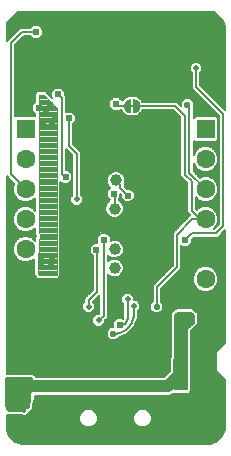
<source format=gbl>
G75*
%MOIN*%
%OFA0B0*%
%FSLAX25Y25*%
%IPPOS*%
%LPD*%
%AMOC8*
5,1,8,0,0,1.08239X$1,22.5*
%
%ADD10C,0.03937*%
%ADD11R,0.00787X0.01969*%
%ADD12C,0.00157*%
%ADD13C,0.06299*%
%ADD14R,0.06299X0.06299*%
%ADD15C,0.06299*%
%ADD16C,0.03169*%
%ADD17C,0.02000*%
%ADD18C,0.02400*%
%ADD19C,0.00600*%
%ADD20C,0.02200*%
%ADD21C,0.00400*%
%ADD22C,0.04000*%
%ADD23C,0.01987*%
%ADD24C,0.00800*%
D10*
X0040004Y0121242D03*
X0040004Y0127478D03*
X0040004Y0134112D03*
X0040004Y0140990D03*
X0040504Y0150341D03*
D11*
X0044959Y0175193D03*
X0046612Y0175193D03*
D12*
X0046297Y0175159D02*
X0048329Y0175159D01*
X0048335Y0175193D02*
X0048305Y0175351D01*
X0048255Y0175798D01*
X0048106Y0176222D01*
X0047867Y0176603D01*
X0047549Y0176921D01*
X0047168Y0177160D01*
X0046744Y0177308D01*
X0046297Y0177359D01*
X0046297Y0173028D01*
X0046744Y0173078D01*
X0047168Y0173227D01*
X0047549Y0173466D01*
X0047867Y0173784D01*
X0048106Y0174165D01*
X0048255Y0174589D01*
X0048305Y0175036D01*
X0048335Y0175193D01*
X0048312Y0175315D02*
X0046297Y0175315D01*
X0046297Y0175471D02*
X0048292Y0175471D01*
X0048274Y0175627D02*
X0046297Y0175627D01*
X0046297Y0175783D02*
X0048256Y0175783D01*
X0048205Y0175939D02*
X0046297Y0175939D01*
X0046297Y0176095D02*
X0048151Y0176095D01*
X0048088Y0176251D02*
X0046297Y0176251D01*
X0046297Y0176407D02*
X0047990Y0176407D01*
X0047892Y0176563D02*
X0046297Y0176563D01*
X0046297Y0176719D02*
X0047751Y0176719D01*
X0047595Y0176875D02*
X0046297Y0176875D01*
X0046297Y0177031D02*
X0047374Y0177031D01*
X0047091Y0177187D02*
X0046297Y0177187D01*
X0046297Y0177343D02*
X0046437Y0177343D01*
X0045274Y0177343D02*
X0045099Y0177343D01*
X0045274Y0177359D02*
X0044858Y0177321D01*
X0044459Y0177199D01*
X0044094Y0176997D01*
X0043778Y0176724D01*
X0043525Y0176393D01*
X0043346Y0176016D01*
X0043248Y0175610D01*
X0043235Y0175193D01*
X0043250Y0174743D01*
X0043364Y0174308D01*
X0043571Y0173909D01*
X0043863Y0173566D01*
X0044224Y0173297D01*
X0044635Y0173114D01*
X0045077Y0173028D01*
X0045274Y0173028D01*
X0045274Y0177359D01*
X0045274Y0177187D02*
X0044438Y0177187D01*
X0044156Y0177031D02*
X0045274Y0177031D01*
X0045274Y0176875D02*
X0043953Y0176875D01*
X0043774Y0176719D02*
X0045274Y0176719D01*
X0045274Y0176563D02*
X0043655Y0176563D01*
X0043536Y0176407D02*
X0045274Y0176407D01*
X0045274Y0176251D02*
X0043458Y0176251D01*
X0043384Y0176095D02*
X0045274Y0176095D01*
X0045274Y0175939D02*
X0043327Y0175939D01*
X0043290Y0175783D02*
X0045274Y0175783D01*
X0045274Y0175627D02*
X0043252Y0175627D01*
X0043244Y0175471D02*
X0045274Y0175471D01*
X0045274Y0175315D02*
X0043239Y0175315D01*
X0043237Y0175159D02*
X0045274Y0175159D01*
X0045274Y0175003D02*
X0043241Y0175003D01*
X0043246Y0174847D02*
X0045274Y0174847D01*
X0045274Y0174691D02*
X0043263Y0174691D01*
X0043304Y0174535D02*
X0045274Y0174535D01*
X0045274Y0174379D02*
X0043345Y0174379D01*
X0043408Y0174223D02*
X0045274Y0174223D01*
X0045274Y0174067D02*
X0043489Y0174067D01*
X0043570Y0173911D02*
X0045274Y0173911D01*
X0045274Y0173755D02*
X0043702Y0173755D01*
X0043835Y0173599D02*
X0045274Y0173599D01*
X0045274Y0173443D02*
X0044028Y0173443D01*
X0044245Y0173287D02*
X0045274Y0173287D01*
X0045274Y0173131D02*
X0044597Y0173131D01*
X0046297Y0173131D02*
X0046895Y0173131D01*
X0047264Y0173287D02*
X0046297Y0173287D01*
X0046297Y0173443D02*
X0047513Y0173443D01*
X0047682Y0173599D02*
X0046297Y0173599D01*
X0046297Y0173755D02*
X0047838Y0173755D01*
X0047947Y0173911D02*
X0046297Y0173911D01*
X0046297Y0174067D02*
X0048045Y0174067D01*
X0048127Y0174223D02*
X0046297Y0174223D01*
X0046297Y0174379D02*
X0048181Y0174379D01*
X0048236Y0174535D02*
X0046297Y0174535D01*
X0046297Y0174691D02*
X0048266Y0174691D01*
X0048284Y0174847D02*
X0046297Y0174847D01*
X0046297Y0175003D02*
X0048301Y0175003D01*
D13*
X0070350Y0157467D03*
X0070350Y0147467D03*
X0070350Y0137467D03*
X0070350Y0127467D03*
X0070350Y0117467D03*
X0010350Y0117467D03*
X0010350Y0127467D03*
X0010350Y0137467D03*
X0010350Y0147467D03*
X0010350Y0157467D03*
D14*
X0010350Y0167467D03*
X0070350Y0167467D03*
D15*
X0063346Y0074211D02*
X0063346Y0067911D01*
X0017283Y0067911D02*
X0017283Y0074211D01*
D16*
X0072350Y0082431D03*
X0072350Y0097195D03*
D17*
X0068350Y0142513D03*
X0061650Y0150813D03*
X0060950Y0162013D03*
X0059150Y0168913D03*
X0056750Y0166013D03*
X0055850Y0154513D03*
X0046950Y0163713D03*
X0029350Y0130913D03*
X0028650Y0127113D03*
X0027350Y0144013D03*
X0031350Y0108213D03*
X0034650Y0103713D03*
X0033150Y0099313D03*
X0032550Y0093513D03*
X0024950Y0074113D03*
X0021950Y0077713D03*
X0024350Y0099513D03*
X0013150Y0131713D03*
X0006350Y0132313D03*
X0006150Y0142313D03*
X0011950Y0067313D03*
X0044350Y0110713D03*
X0046450Y0108413D03*
X0048650Y0111813D03*
X0068350Y0173713D03*
X0072550Y0182313D03*
X0074650Y0178613D03*
D18*
X0074350Y0186713D03*
X0072750Y0190913D03*
X0070650Y0187913D03*
X0064850Y0192213D03*
X0060450Y0190213D03*
X0057050Y0190313D03*
X0051650Y0189813D03*
X0047850Y0188913D03*
X0045750Y0191413D03*
X0043650Y0188613D03*
X0040850Y0191413D03*
X0040550Y0175713D03*
X0041950Y0167613D03*
X0046150Y0155313D03*
X0044350Y0145313D03*
X0048150Y0136813D03*
X0051550Y0131413D03*
X0051250Y0126913D03*
X0059750Y0114113D03*
X0062750Y0102713D03*
X0064950Y0104713D03*
X0061550Y0090913D03*
X0062250Y0088013D03*
X0060950Y0084913D03*
X0056150Y0070713D03*
X0056850Y0065513D03*
X0050250Y0065613D03*
X0049450Y0077913D03*
X0048750Y0088113D03*
X0050050Y0092613D03*
X0045750Y0091513D03*
X0045250Y0095113D03*
X0041750Y0102113D03*
X0036350Y0088913D03*
X0033150Y0090113D03*
X0031350Y0086913D03*
X0031250Y0077613D03*
X0027550Y0065713D03*
X0024750Y0070313D03*
X0022750Y0065913D03*
X0022050Y0086413D03*
X0013650Y0087613D03*
X0010750Y0087513D03*
X0010250Y0081713D03*
X0011050Y0078213D03*
X0008350Y0078313D03*
X0005350Y0078513D03*
X0005050Y0081213D03*
X0005250Y0087213D03*
X0008050Y0087213D03*
X0007150Y0064713D03*
X0027650Y0107913D03*
X0027450Y0111413D03*
X0031050Y0100913D03*
X0040250Y0120413D03*
X0040750Y0127113D03*
X0040450Y0134013D03*
X0036350Y0130613D03*
X0033950Y0127213D03*
X0029550Y0134113D03*
X0033750Y0138513D03*
X0034850Y0143013D03*
X0036750Y0154713D03*
X0039650Y0145713D03*
X0029550Y0168413D03*
X0026750Y0179813D03*
X0024850Y0171013D03*
X0021250Y0179013D03*
X0018550Y0175513D03*
X0017150Y0172413D03*
X0016150Y0169313D03*
X0019150Y0168713D03*
X0020150Y0171913D03*
X0014850Y0174513D03*
X0018450Y0194413D03*
X0020550Y0197013D03*
X0018550Y0200813D03*
X0013750Y0199913D03*
X0023450Y0200813D03*
X0024950Y0194613D03*
X0027650Y0197513D03*
X0025150Y0155713D03*
X0023650Y0151413D03*
X0023650Y0147813D03*
X0019150Y0124913D03*
X0018950Y0121713D03*
X0015550Y0121713D03*
X0015350Y0124913D03*
X0037950Y0071113D03*
X0034650Y0065513D03*
X0042350Y0065413D03*
X0043550Y0071113D03*
X0063550Y0130513D03*
X0062950Y0144613D03*
X0074250Y0105313D03*
X0075150Y0101113D03*
X0071550Y0101813D03*
X0069950Y0089313D03*
X0069550Y0077513D03*
X0069550Y0072913D03*
X0070150Y0068713D03*
X0072950Y0073913D03*
D19*
X0008699Y0062526D02*
X0006572Y0063407D01*
X0004944Y0065035D01*
X0004150Y0066953D01*
X0004150Y0072033D01*
X0004170Y0072013D01*
X0009270Y0072013D01*
X0009370Y0071913D01*
X0010530Y0071913D01*
X0010730Y0072113D01*
X0011550Y0072933D01*
X0011550Y0073113D01*
X0011830Y0073113D01*
X0012499Y0073782D01*
X0012897Y0074119D01*
X0012903Y0074186D01*
X0012950Y0074233D01*
X0012950Y0074755D01*
X0013141Y0077052D01*
X0013350Y0077260D01*
X0013350Y0078613D01*
X0058367Y0078613D01*
X0059506Y0079085D01*
X0059734Y0079313D01*
X0064730Y0079313D01*
X0065550Y0080133D01*
X0065550Y0100133D01*
X0066930Y0101513D01*
X0067750Y0102333D01*
X0067750Y0106093D01*
X0066950Y0106893D01*
X0066130Y0107713D01*
X0060437Y0107713D01*
X0059570Y0106846D01*
X0058750Y0106026D01*
X0058750Y0091795D01*
X0058350Y0090830D01*
X0058350Y0086697D01*
X0056466Y0084813D01*
X0013788Y0084813D01*
X0013793Y0084875D01*
X0013750Y0084926D01*
X0013750Y0084993D01*
X0013381Y0085362D01*
X0013044Y0085760D01*
X0012977Y0085766D01*
X0012930Y0085813D01*
X0012408Y0085813D01*
X0011888Y0085856D01*
X0011837Y0085813D01*
X0004150Y0085813D01*
X0004150Y0151687D01*
X0004870Y0150967D01*
X0006518Y0149319D01*
X0006100Y0148312D01*
X0006100Y0146622D01*
X0006747Y0145060D01*
X0007943Y0143864D01*
X0009505Y0143217D01*
X0011195Y0143217D01*
X0012757Y0143864D01*
X0013550Y0144657D01*
X0013550Y0140277D01*
X0012757Y0141070D01*
X0011195Y0141717D01*
X0009505Y0141717D01*
X0007943Y0141070D01*
X0006747Y0139874D01*
X0006100Y0138312D01*
X0006100Y0136622D01*
X0006747Y0135060D01*
X0007943Y0133864D01*
X0009505Y0133217D01*
X0011195Y0133217D01*
X0012757Y0133864D01*
X0013550Y0134657D01*
X0013550Y0130277D01*
X0012757Y0131070D01*
X0011195Y0131717D01*
X0009505Y0131717D01*
X0007943Y0131070D01*
X0006747Y0129874D01*
X0006100Y0128312D01*
X0006100Y0126622D01*
X0006747Y0125060D01*
X0007943Y0123864D01*
X0009505Y0123217D01*
X0011195Y0123217D01*
X0012757Y0123864D01*
X0013050Y0124157D01*
X0013050Y0118675D01*
X0013350Y0118375D01*
X0014112Y0117613D01*
X0021188Y0117613D01*
X0021950Y0118375D01*
X0021950Y0149860D01*
X0022697Y0149113D01*
X0024603Y0149113D01*
X0025950Y0150460D01*
X0025950Y0152366D01*
X0024603Y0153713D01*
X0023850Y0153713D01*
X0023850Y0160833D01*
X0024270Y0160413D01*
X0025950Y0158733D01*
X0025950Y0145583D01*
X0025250Y0144883D01*
X0025250Y0143143D01*
X0026480Y0141913D01*
X0028220Y0141913D01*
X0029450Y0143143D01*
X0029450Y0144883D01*
X0028750Y0145583D01*
X0028750Y0159893D01*
X0027930Y0160713D01*
X0026250Y0162393D01*
X0026250Y0169160D01*
X0027150Y0170060D01*
X0027150Y0171966D01*
X0025803Y0173313D01*
X0023897Y0173313D01*
X0023850Y0173266D01*
X0023850Y0178393D01*
X0023550Y0178693D01*
X0023550Y0179966D01*
X0022203Y0181313D01*
X0020297Y0181313D01*
X0018950Y0179966D01*
X0018950Y0178060D01*
X0019197Y0177813D01*
X0019188Y0177813D01*
X0017750Y0179251D01*
X0016988Y0180013D01*
X0014312Y0180013D01*
X0013550Y0179251D01*
X0013550Y0176466D01*
X0012550Y0175466D01*
X0012550Y0173560D01*
X0013550Y0172560D01*
X0013550Y0171717D01*
X0006850Y0171717D01*
X0006850Y0195633D01*
X0009730Y0198513D01*
X0011897Y0198513D01*
X0012797Y0197613D01*
X0014703Y0197613D01*
X0016050Y0198960D01*
X0016050Y0200866D01*
X0014703Y0202213D01*
X0012797Y0202213D01*
X0011897Y0201313D01*
X0008570Y0201313D01*
X0004150Y0196893D01*
X0004150Y0202673D01*
X0004390Y0203253D01*
X0007750Y0206613D01*
X0007850Y0206513D01*
X0073250Y0206513D01*
X0076168Y0203595D01*
X0076637Y0202464D01*
X0076750Y0201313D01*
X0076750Y0173893D01*
X0068550Y0182093D01*
X0068550Y0186152D01*
X0069244Y0186846D01*
X0069244Y0188580D01*
X0068017Y0189807D01*
X0066283Y0189807D01*
X0065056Y0188580D01*
X0065056Y0186846D01*
X0065750Y0186152D01*
X0065750Y0180933D01*
X0074750Y0171933D01*
X0074750Y0135693D01*
X0073170Y0134113D01*
X0073006Y0134113D01*
X0073953Y0135060D01*
X0074600Y0136622D01*
X0074600Y0138312D01*
X0073953Y0139874D01*
X0072757Y0141070D01*
X0071195Y0141717D01*
X0069505Y0141717D01*
X0067943Y0141070D01*
X0067385Y0140512D01*
X0067050Y0140847D01*
X0067050Y0144757D01*
X0067943Y0143864D01*
X0069505Y0143217D01*
X0071195Y0143217D01*
X0072757Y0143864D01*
X0073953Y0145060D01*
X0074600Y0146622D01*
X0074600Y0148312D01*
X0073953Y0149874D01*
X0072757Y0151070D01*
X0071195Y0151717D01*
X0069505Y0151717D01*
X0068497Y0151299D01*
X0066350Y0153447D01*
X0066350Y0156019D01*
X0066747Y0155060D01*
X0067943Y0153864D01*
X0069505Y0153217D01*
X0071195Y0153217D01*
X0072757Y0153864D01*
X0073953Y0155060D01*
X0074600Y0156622D01*
X0074600Y0158312D01*
X0073953Y0159874D01*
X0072757Y0161070D01*
X0071195Y0161717D01*
X0069505Y0161717D01*
X0067943Y0161070D01*
X0066747Y0159874D01*
X0066350Y0158915D01*
X0066350Y0163612D01*
X0066745Y0163217D01*
X0073955Y0163217D01*
X0074600Y0163862D01*
X0074600Y0171072D01*
X0073955Y0171717D01*
X0066745Y0171717D01*
X0066350Y0171322D01*
X0066350Y0174602D01*
X0066450Y0174702D01*
X0066450Y0176524D01*
X0065161Y0177813D01*
X0063339Y0177813D01*
X0062050Y0176524D01*
X0062050Y0175193D01*
X0061470Y0175773D01*
X0060650Y0176593D01*
X0049265Y0176593D01*
X0049175Y0176737D01*
X0049058Y0177072D01*
X0049046Y0177078D01*
X0049046Y0177091D01*
X0048794Y0177342D01*
X0048605Y0177643D01*
X0048593Y0177646D01*
X0048590Y0177659D01*
X0048289Y0177848D01*
X0048037Y0178099D01*
X0048024Y0178099D01*
X0048019Y0178111D01*
X0047683Y0178229D01*
X0047382Y0178418D01*
X0047369Y0178415D01*
X0047361Y0178425D01*
X0047008Y0178465D01*
X0046672Y0178582D01*
X0046580Y0178537D01*
X0046363Y0178537D01*
X0045944Y0178585D01*
X0045885Y0178537D01*
X0045809Y0178537D01*
X0045785Y0178514D01*
X0045762Y0178537D01*
X0045701Y0178537D01*
X0045653Y0178577D01*
X0045220Y0178537D01*
X0045080Y0178537D01*
X0044979Y0178591D01*
X0044804Y0178537D01*
X0044785Y0178537D01*
X0044777Y0178529D01*
X0044630Y0178484D01*
X0044346Y0178458D01*
X0044316Y0178466D01*
X0044293Y0178453D01*
X0044265Y0178451D01*
X0044246Y0178428D01*
X0043996Y0178290D01*
X0043724Y0178206D01*
X0043694Y0178208D01*
X0043673Y0178190D01*
X0043647Y0178182D01*
X0043633Y0178156D01*
X0043417Y0177969D01*
X0043167Y0177831D01*
X0043137Y0177827D01*
X0043121Y0177806D01*
X0043097Y0177792D01*
X0043088Y0177763D01*
X0042915Y0177537D01*
X0042699Y0177350D01*
X0042671Y0177340D01*
X0042659Y0177315D01*
X0042638Y0177298D01*
X0042636Y0177267D01*
X0042514Y0177010D01*
X0042510Y0177005D01*
X0041503Y0178013D01*
X0039597Y0178013D01*
X0038250Y0176666D01*
X0038250Y0174760D01*
X0039597Y0173413D01*
X0041503Y0173413D01*
X0041783Y0173693D01*
X0042306Y0173693D01*
X0042347Y0173537D01*
X0042358Y0173531D01*
X0042357Y0173517D01*
X0042588Y0173246D01*
X0042752Y0172931D01*
X0042764Y0172927D01*
X0042766Y0172914D01*
X0043051Y0172701D01*
X0043281Y0172430D01*
X0043295Y0172429D01*
X0043300Y0172417D01*
X0043624Y0172273D01*
X0043909Y0172060D01*
X0043922Y0172062D01*
X0043930Y0172051D01*
X0044279Y0171983D01*
X0044604Y0171839D01*
X0044631Y0171849D01*
X0044963Y0171849D01*
X0045330Y0171777D01*
X0045437Y0171849D01*
X0045762Y0171849D01*
X0045785Y0171873D01*
X0045809Y0171849D01*
X0045885Y0171849D01*
X0045944Y0171802D01*
X0046363Y0171849D01*
X0046580Y0171849D01*
X0046672Y0171804D01*
X0047008Y0171922D01*
X0047361Y0171962D01*
X0047369Y0171972D01*
X0047382Y0171969D01*
X0047683Y0172158D01*
X0048019Y0172275D01*
X0048024Y0172287D01*
X0048037Y0172287D01*
X0048289Y0172539D01*
X0048590Y0172728D01*
X0048593Y0172740D01*
X0048605Y0172743D01*
X0048794Y0173044D01*
X0049046Y0173296D01*
X0049046Y0173309D01*
X0049058Y0173314D01*
X0049175Y0173650D01*
X0049265Y0173793D01*
X0059490Y0173793D01*
X0061950Y0171333D01*
X0061950Y0151733D01*
X0064250Y0149433D01*
X0064250Y0139687D01*
X0065070Y0138867D01*
X0065197Y0138740D01*
X0060170Y0133713D01*
X0059350Y0132893D01*
X0059350Y0121993D01*
X0053570Y0116213D01*
X0052750Y0115393D01*
X0052750Y0110024D01*
X0051850Y0109124D01*
X0051850Y0107302D01*
X0053139Y0106013D01*
X0054961Y0106013D01*
X0056250Y0107302D01*
X0056250Y0109124D01*
X0055550Y0109824D01*
X0055550Y0114233D01*
X0062150Y0120833D01*
X0062150Y0128660D01*
X0062597Y0128213D01*
X0064503Y0128213D01*
X0065850Y0129560D01*
X0065850Y0130833D01*
X0066330Y0131313D01*
X0074330Y0131313D01*
X0076730Y0133713D01*
X0076750Y0133733D01*
X0076750Y0096269D01*
X0073750Y0093269D01*
X0073750Y0087322D01*
X0073743Y0086875D01*
X0073750Y0086868D01*
X0073750Y0086857D01*
X0074066Y0086541D01*
X0076750Y0083768D01*
X0076750Y0068859D01*
X0076744Y0068853D01*
X0076750Y0068405D01*
X0076750Y0068396D01*
X0076653Y0067245D01*
X0075803Y0065105D01*
X0074198Y0063454D01*
X0072084Y0062543D01*
X0070935Y0062413D01*
X0009850Y0062413D01*
X0008699Y0062526D01*
X0008245Y0062714D02*
X0072482Y0062714D01*
X0073871Y0063313D02*
X0006800Y0063313D01*
X0006068Y0063912D02*
X0074643Y0063912D01*
X0075224Y0064510D02*
X0005469Y0064510D01*
X0004914Y0065109D02*
X0075804Y0065109D01*
X0076042Y0065707D02*
X0004666Y0065707D01*
X0004418Y0066306D02*
X0076280Y0066306D01*
X0076518Y0066904D02*
X0004170Y0066904D01*
X0004150Y0067503D02*
X0076675Y0067503D01*
X0076725Y0068101D02*
X0050242Y0068101D01*
X0049980Y0067993D02*
X0051108Y0068460D01*
X0051971Y0069323D01*
X0052438Y0070451D01*
X0052438Y0071671D01*
X0051971Y0072799D01*
X0051108Y0073662D01*
X0049980Y0074130D01*
X0048759Y0074130D01*
X0047632Y0073662D01*
X0046768Y0072799D01*
X0046301Y0071671D01*
X0046301Y0070451D01*
X0046768Y0069323D01*
X0047632Y0068460D01*
X0048759Y0067993D01*
X0049980Y0067993D01*
X0048497Y0068101D02*
X0032132Y0068101D01*
X0031870Y0067993D02*
X0032998Y0068460D01*
X0033861Y0069323D01*
X0034328Y0070451D01*
X0034328Y0071671D01*
X0033861Y0072799D01*
X0032998Y0073662D01*
X0031870Y0074130D01*
X0030649Y0074130D01*
X0029521Y0073662D01*
X0028658Y0072799D01*
X0028191Y0071671D01*
X0028191Y0070451D01*
X0028658Y0069323D01*
X0029521Y0068460D01*
X0030649Y0067993D01*
X0031870Y0067993D01*
X0030387Y0068101D02*
X0004150Y0068101D01*
X0004150Y0068700D02*
X0029281Y0068700D01*
X0028683Y0069298D02*
X0004150Y0069298D01*
X0004150Y0069897D02*
X0028420Y0069897D01*
X0028191Y0070495D02*
X0004150Y0070495D01*
X0004150Y0071094D02*
X0028191Y0071094D01*
X0028200Y0071692D02*
X0004150Y0071692D01*
X0004750Y0073413D02*
X0004050Y0074113D01*
X0003950Y0075830D01*
X0003950Y0084413D01*
X0012350Y0084413D01*
X0011550Y0074813D01*
X0011250Y0074513D01*
X0010150Y0074513D01*
X0010150Y0073513D01*
X0009950Y0073313D01*
X0009850Y0073413D01*
X0004750Y0073413D01*
X0004675Y0073488D02*
X0010125Y0073488D01*
X0010150Y0074086D02*
X0004077Y0074086D01*
X0004017Y0074685D02*
X0011422Y0074685D01*
X0011589Y0075283D02*
X0003982Y0075283D01*
X0003950Y0075882D02*
X0011639Y0075882D01*
X0011689Y0076480D02*
X0003950Y0076480D01*
X0003950Y0077079D02*
X0011739Y0077079D01*
X0011789Y0077677D02*
X0003950Y0077677D01*
X0003950Y0078276D02*
X0011839Y0078276D01*
X0011888Y0078874D02*
X0003950Y0078874D01*
X0003950Y0079473D02*
X0011938Y0079473D01*
X0011988Y0080071D02*
X0003950Y0080071D01*
X0003950Y0080670D02*
X0012038Y0080670D01*
X0012088Y0081268D02*
X0003950Y0081268D01*
X0003950Y0081867D02*
X0012138Y0081867D01*
X0012188Y0082465D02*
X0003950Y0082465D01*
X0003950Y0083064D02*
X0012238Y0083064D01*
X0012287Y0083662D02*
X0003950Y0083662D01*
X0003950Y0084261D02*
X0012337Y0084261D01*
X0013300Y0085458D02*
X0057111Y0085458D01*
X0057709Y0086056D02*
X0004150Y0086056D01*
X0004150Y0086655D02*
X0058308Y0086655D01*
X0058350Y0087253D02*
X0004150Y0087253D01*
X0004150Y0087852D02*
X0058350Y0087852D01*
X0058350Y0088450D02*
X0004150Y0088450D01*
X0004150Y0089049D02*
X0058350Y0089049D01*
X0058350Y0089647D02*
X0004150Y0089647D01*
X0004150Y0090246D02*
X0058350Y0090246D01*
X0058356Y0090845D02*
X0004150Y0090845D01*
X0004150Y0091443D02*
X0058604Y0091443D01*
X0058750Y0092042D02*
X0004150Y0092042D01*
X0004150Y0092640D02*
X0058750Y0092640D01*
X0058750Y0093239D02*
X0004150Y0093239D01*
X0004150Y0093837D02*
X0058750Y0093837D01*
X0058750Y0094436D02*
X0004150Y0094436D01*
X0004150Y0095034D02*
X0058750Y0095034D01*
X0058750Y0095633D02*
X0004150Y0095633D01*
X0004150Y0096231D02*
X0058750Y0096231D01*
X0058750Y0096830D02*
X0004150Y0096830D01*
X0004150Y0097428D02*
X0038224Y0097428D01*
X0038639Y0097013D02*
X0037350Y0098302D01*
X0037350Y0100124D01*
X0038639Y0101413D01*
X0039450Y0101413D01*
X0039450Y0103066D01*
X0040797Y0104413D01*
X0042703Y0104413D01*
X0042837Y0104278D01*
X0042909Y0104402D01*
X0042909Y0104402D01*
X0042950Y0104713D01*
X0042950Y0109143D01*
X0042250Y0109843D01*
X0042250Y0111583D01*
X0043480Y0112813D01*
X0045220Y0112813D01*
X0046450Y0111583D01*
X0046450Y0110513D01*
X0047320Y0110513D01*
X0048550Y0109283D01*
X0048550Y0107543D01*
X0047850Y0106843D01*
X0047850Y0104462D01*
X0046586Y0101411D01*
X0046586Y0101411D01*
X0044252Y0099077D01*
X0044252Y0099077D01*
X0041304Y0097856D01*
X0040461Y0097013D01*
X0038639Y0097013D01*
X0037625Y0098027D02*
X0004150Y0098027D01*
X0004150Y0098625D02*
X0037350Y0098625D01*
X0037350Y0099224D02*
X0004150Y0099224D01*
X0004150Y0099822D02*
X0037350Y0099822D01*
X0037646Y0100421D02*
X0004150Y0100421D01*
X0004150Y0101019D02*
X0038245Y0101019D01*
X0036930Y0103813D02*
X0037309Y0104192D01*
X0037711Y0104547D01*
X0037714Y0104597D01*
X0037750Y0104633D01*
X0037750Y0105169D01*
X0037783Y0105704D01*
X0037750Y0105742D01*
X0037750Y0119156D01*
X0038265Y0118641D01*
X0039126Y0118284D01*
X0039297Y0118113D01*
X0041203Y0118113D01*
X0041723Y0118633D01*
X0041742Y0118641D01*
X0042605Y0119504D01*
X0043072Y0120632D01*
X0043072Y0121852D01*
X0042605Y0122980D01*
X0041742Y0123843D01*
X0040614Y0124311D01*
X0039393Y0124311D01*
X0038265Y0123843D01*
X0037750Y0123328D01*
X0037750Y0125392D01*
X0038265Y0124877D01*
X0039393Y0124410D01*
X0040614Y0124410D01*
X0041587Y0124813D01*
X0041703Y0124813D01*
X0043050Y0126160D01*
X0043050Y0126815D01*
X0043072Y0126868D01*
X0043072Y0128089D01*
X0042605Y0129217D01*
X0041742Y0130080D01*
X0040614Y0130547D01*
X0039393Y0130547D01*
X0038650Y0130239D01*
X0038650Y0131566D01*
X0037303Y0132913D01*
X0035397Y0132913D01*
X0034050Y0131566D01*
X0034050Y0129660D01*
X0034197Y0129513D01*
X0032997Y0129513D01*
X0031650Y0128166D01*
X0031650Y0126260D01*
X0032695Y0125216D01*
X0032695Y0113737D01*
X0029950Y0110993D01*
X0029950Y0109783D01*
X0029250Y0109083D01*
X0029250Y0107343D01*
X0030480Y0106113D01*
X0032220Y0106113D01*
X0033450Y0107343D01*
X0033450Y0109083D01*
X0032750Y0109783D01*
X0032750Y0109833D01*
X0034674Y0111758D01*
X0034950Y0112033D01*
X0034950Y0105845D01*
X0034914Y0105813D01*
X0033780Y0105813D01*
X0032550Y0104583D01*
X0032550Y0102843D01*
X0033780Y0101613D01*
X0035520Y0101613D01*
X0036750Y0102843D01*
X0036750Y0103699D01*
X0036879Y0103813D01*
X0036930Y0103813D01*
X0037129Y0104012D02*
X0040396Y0104012D01*
X0039798Y0103413D02*
X0036750Y0103413D01*
X0036722Y0102815D02*
X0039450Y0102815D01*
X0039450Y0102216D02*
X0036123Y0102216D01*
X0035525Y0101618D02*
X0039450Y0101618D01*
X0037727Y0104610D02*
X0042936Y0104610D01*
X0042950Y0105209D02*
X0037752Y0105209D01*
X0037750Y0105807D02*
X0042950Y0105807D01*
X0042950Y0106406D02*
X0037750Y0106406D01*
X0037750Y0107004D02*
X0042950Y0107004D01*
X0042950Y0107603D02*
X0037750Y0107603D01*
X0037750Y0108201D02*
X0042950Y0108201D01*
X0042950Y0108800D02*
X0037750Y0108800D01*
X0037750Y0109398D02*
X0042695Y0109398D01*
X0042250Y0109997D02*
X0037750Y0109997D01*
X0037750Y0110595D02*
X0042250Y0110595D01*
X0042250Y0111194D02*
X0037750Y0111194D01*
X0037750Y0111792D02*
X0042460Y0111792D01*
X0043058Y0112391D02*
X0037750Y0112391D01*
X0037750Y0112989D02*
X0052750Y0112989D01*
X0052750Y0112391D02*
X0045642Y0112391D01*
X0046240Y0111792D02*
X0052750Y0111792D01*
X0052750Y0111194D02*
X0046450Y0111194D01*
X0046450Y0110595D02*
X0052750Y0110595D01*
X0052723Y0109997D02*
X0047836Y0109997D01*
X0048434Y0109398D02*
X0052124Y0109398D01*
X0051850Y0108800D02*
X0048550Y0108800D01*
X0048550Y0108201D02*
X0051850Y0108201D01*
X0051850Y0107603D02*
X0048550Y0107603D01*
X0048011Y0107004D02*
X0052147Y0107004D01*
X0052746Y0106406D02*
X0047850Y0106406D01*
X0047850Y0105807D02*
X0058750Y0105807D01*
X0058750Y0105209D02*
X0047850Y0105209D01*
X0047850Y0104610D02*
X0058750Y0104610D01*
X0058750Y0104012D02*
X0047663Y0104012D01*
X0047416Y0103413D02*
X0058750Y0103413D01*
X0058750Y0102815D02*
X0047168Y0102815D01*
X0046920Y0102216D02*
X0058750Y0102216D01*
X0058750Y0101618D02*
X0046672Y0101618D01*
X0046194Y0101019D02*
X0058750Y0101019D01*
X0058750Y0100421D02*
X0045596Y0100421D01*
X0044997Y0099822D02*
X0058750Y0099822D01*
X0058750Y0099224D02*
X0044399Y0099224D01*
X0043162Y0098625D02*
X0058750Y0098625D01*
X0058750Y0098027D02*
X0041717Y0098027D01*
X0040876Y0097428D02*
X0058750Y0097428D01*
X0060150Y0097428D02*
X0064150Y0097428D01*
X0064150Y0096830D02*
X0060150Y0096830D01*
X0060150Y0096231D02*
X0064150Y0096231D01*
X0064150Y0095633D02*
X0060150Y0095633D01*
X0060150Y0095034D02*
X0064150Y0095034D01*
X0064150Y0094436D02*
X0060150Y0094436D01*
X0060150Y0093837D02*
X0064150Y0093837D01*
X0064150Y0093239D02*
X0060150Y0093239D01*
X0060150Y0092640D02*
X0064150Y0092640D01*
X0064150Y0092042D02*
X0060150Y0092042D01*
X0060150Y0091443D02*
X0064150Y0091443D01*
X0064150Y0090845D02*
X0060150Y0090845D01*
X0060150Y0090246D02*
X0064150Y0090246D01*
X0064150Y0089647D02*
X0060150Y0089647D01*
X0060150Y0089049D02*
X0064150Y0089049D01*
X0064150Y0088450D02*
X0060150Y0088450D01*
X0060150Y0087852D02*
X0064150Y0087852D01*
X0064150Y0087253D02*
X0060150Y0087253D01*
X0060150Y0086655D02*
X0064150Y0086655D01*
X0064150Y0086056D02*
X0060150Y0086056D01*
X0060150Y0085458D02*
X0064150Y0085458D01*
X0064150Y0084859D02*
X0060150Y0084859D01*
X0060150Y0084261D02*
X0064150Y0084261D01*
X0064150Y0083662D02*
X0060150Y0083662D01*
X0060150Y0083064D02*
X0064150Y0083064D01*
X0064150Y0082465D02*
X0060150Y0082465D01*
X0060150Y0081867D02*
X0064150Y0081867D01*
X0064150Y0081268D02*
X0060150Y0081268D01*
X0060150Y0080713D02*
X0060150Y0105446D01*
X0061017Y0106313D01*
X0065550Y0106313D01*
X0066350Y0105513D01*
X0066350Y0102913D01*
X0064150Y0100713D01*
X0064150Y0080713D01*
X0060150Y0080713D01*
X0058997Y0078874D02*
X0076750Y0078874D01*
X0076750Y0078276D02*
X0013350Y0078276D01*
X0013350Y0077677D02*
X0076750Y0077677D01*
X0076750Y0077079D02*
X0013168Y0077079D01*
X0013094Y0076480D02*
X0076750Y0076480D01*
X0076750Y0075882D02*
X0013044Y0075882D01*
X0012994Y0075283D02*
X0076750Y0075283D01*
X0076750Y0074685D02*
X0012950Y0074685D01*
X0012858Y0074086D02*
X0030545Y0074086D01*
X0031974Y0074086D02*
X0048655Y0074086D01*
X0047457Y0073488D02*
X0033172Y0073488D01*
X0033771Y0072889D02*
X0046858Y0072889D01*
X0046558Y0072291D02*
X0034071Y0072291D01*
X0034319Y0071692D02*
X0046310Y0071692D01*
X0046301Y0071094D02*
X0034328Y0071094D01*
X0034328Y0070495D02*
X0046301Y0070495D01*
X0046531Y0069897D02*
X0034098Y0069897D01*
X0033836Y0069298D02*
X0046793Y0069298D01*
X0047392Y0068700D02*
X0033238Y0068700D01*
X0029347Y0073488D02*
X0012205Y0073488D01*
X0011506Y0072889D02*
X0028748Y0072889D01*
X0028447Y0072291D02*
X0010908Y0072291D01*
X0013792Y0084859D02*
X0056512Y0084859D01*
X0051881Y0072889D02*
X0076750Y0072889D01*
X0076750Y0072291D02*
X0052182Y0072291D01*
X0052430Y0071692D02*
X0076750Y0071692D01*
X0076750Y0071094D02*
X0052438Y0071094D01*
X0052438Y0070495D02*
X0076750Y0070495D01*
X0076750Y0069897D02*
X0052209Y0069897D01*
X0051946Y0069298D02*
X0076750Y0069298D01*
X0076746Y0068700D02*
X0051348Y0068700D01*
X0051283Y0073488D02*
X0076750Y0073488D01*
X0076750Y0074086D02*
X0050085Y0074086D01*
X0060150Y0098027D02*
X0064150Y0098027D01*
X0064150Y0098625D02*
X0060150Y0098625D01*
X0060150Y0099224D02*
X0064150Y0099224D01*
X0064150Y0099822D02*
X0060150Y0099822D01*
X0060150Y0100421D02*
X0064150Y0100421D01*
X0064456Y0101019D02*
X0060150Y0101019D01*
X0060150Y0101618D02*
X0065055Y0101618D01*
X0065653Y0102216D02*
X0060150Y0102216D01*
X0060150Y0102815D02*
X0066252Y0102815D01*
X0066350Y0103413D02*
X0060150Y0103413D01*
X0060150Y0104012D02*
X0066350Y0104012D01*
X0066350Y0104610D02*
X0060150Y0104610D01*
X0060150Y0105209D02*
X0066350Y0105209D01*
X0066056Y0105807D02*
X0060511Y0105807D01*
X0059728Y0107004D02*
X0055953Y0107004D01*
X0056250Y0107603D02*
X0060327Y0107603D01*
X0059130Y0106406D02*
X0055354Y0106406D01*
X0056250Y0108201D02*
X0076750Y0108201D01*
X0076750Y0107603D02*
X0066240Y0107603D01*
X0066839Y0107004D02*
X0076750Y0107004D01*
X0076750Y0106406D02*
X0067437Y0106406D01*
X0067750Y0105807D02*
X0076750Y0105807D01*
X0076750Y0105209D02*
X0067750Y0105209D01*
X0067750Y0104610D02*
X0076750Y0104610D01*
X0076750Y0104012D02*
X0067750Y0104012D01*
X0067750Y0103413D02*
X0076750Y0103413D01*
X0076750Y0102815D02*
X0067750Y0102815D01*
X0067633Y0102216D02*
X0076750Y0102216D01*
X0076750Y0101618D02*
X0067035Y0101618D01*
X0066436Y0101019D02*
X0076750Y0101019D01*
X0076750Y0100421D02*
X0065838Y0100421D01*
X0065550Y0099822D02*
X0076750Y0099822D01*
X0076750Y0099224D02*
X0065550Y0099224D01*
X0065550Y0098625D02*
X0076750Y0098625D01*
X0076750Y0098027D02*
X0065550Y0098027D01*
X0065550Y0097428D02*
X0076750Y0097428D01*
X0076750Y0096830D02*
X0065550Y0096830D01*
X0065550Y0096231D02*
X0076713Y0096231D01*
X0076114Y0095633D02*
X0065550Y0095633D01*
X0065550Y0095034D02*
X0075515Y0095034D01*
X0074917Y0094436D02*
X0065550Y0094436D01*
X0065550Y0093837D02*
X0074318Y0093837D01*
X0073750Y0093239D02*
X0065550Y0093239D01*
X0065550Y0092640D02*
X0073750Y0092640D01*
X0073750Y0092042D02*
X0065550Y0092042D01*
X0065550Y0091443D02*
X0073750Y0091443D01*
X0073750Y0090845D02*
X0065550Y0090845D01*
X0065550Y0090246D02*
X0073750Y0090246D01*
X0073750Y0089647D02*
X0065550Y0089647D01*
X0065550Y0089049D02*
X0073750Y0089049D01*
X0073750Y0088450D02*
X0065550Y0088450D01*
X0065550Y0087852D02*
X0073750Y0087852D01*
X0073749Y0087253D02*
X0065550Y0087253D01*
X0065550Y0086655D02*
X0073952Y0086655D01*
X0074535Y0086056D02*
X0065550Y0086056D01*
X0065550Y0085458D02*
X0075114Y0085458D01*
X0075694Y0084859D02*
X0065550Y0084859D01*
X0065550Y0084261D02*
X0076273Y0084261D01*
X0076750Y0083662D02*
X0065550Y0083662D01*
X0065550Y0083064D02*
X0076750Y0083064D01*
X0076750Y0082465D02*
X0065550Y0082465D01*
X0065550Y0081867D02*
X0076750Y0081867D01*
X0076750Y0081268D02*
X0065550Y0081268D01*
X0065550Y0080670D02*
X0076750Y0080670D01*
X0076750Y0080071D02*
X0065488Y0080071D01*
X0064890Y0079473D02*
X0076750Y0079473D01*
X0076750Y0108800D02*
X0056250Y0108800D01*
X0055976Y0109398D02*
X0076750Y0109398D01*
X0076750Y0109997D02*
X0055550Y0109997D01*
X0055550Y0110595D02*
X0076750Y0110595D01*
X0076750Y0111194D02*
X0055550Y0111194D01*
X0055550Y0111792D02*
X0076750Y0111792D01*
X0076750Y0112391D02*
X0055550Y0112391D01*
X0055550Y0112989D02*
X0076750Y0112989D01*
X0076750Y0113588D02*
X0072090Y0113588D01*
X0072757Y0113864D02*
X0071195Y0113217D01*
X0069505Y0113217D01*
X0067943Y0113864D01*
X0066747Y0115060D01*
X0066100Y0116622D01*
X0066100Y0118312D01*
X0066747Y0119874D01*
X0067943Y0121070D01*
X0069505Y0121717D01*
X0071195Y0121717D01*
X0072757Y0121070D01*
X0073953Y0119874D01*
X0074600Y0118312D01*
X0074600Y0116622D01*
X0073953Y0115060D01*
X0072757Y0113864D01*
X0073079Y0114186D02*
X0076750Y0114186D01*
X0076750Y0114785D02*
X0073678Y0114785D01*
X0074087Y0115383D02*
X0076750Y0115383D01*
X0076750Y0115982D02*
X0074335Y0115982D01*
X0074583Y0116580D02*
X0076750Y0116580D01*
X0076750Y0117179D02*
X0074600Y0117179D01*
X0074600Y0117778D02*
X0076750Y0117778D01*
X0076750Y0118376D02*
X0074573Y0118376D01*
X0074325Y0118975D02*
X0076750Y0118975D01*
X0076750Y0119573D02*
X0074077Y0119573D01*
X0073655Y0120172D02*
X0076750Y0120172D01*
X0076750Y0120770D02*
X0073057Y0120770D01*
X0072035Y0121369D02*
X0076750Y0121369D01*
X0076750Y0121967D02*
X0062150Y0121967D01*
X0062150Y0121369D02*
X0068665Y0121369D01*
X0067643Y0120770D02*
X0062087Y0120770D01*
X0061488Y0120172D02*
X0067045Y0120172D01*
X0066623Y0119573D02*
X0060890Y0119573D01*
X0060291Y0118975D02*
X0066375Y0118975D01*
X0066127Y0118376D02*
X0059693Y0118376D01*
X0059094Y0117778D02*
X0066100Y0117778D01*
X0066100Y0117179D02*
X0058496Y0117179D01*
X0057897Y0116580D02*
X0066117Y0116580D01*
X0066365Y0115982D02*
X0057299Y0115982D01*
X0056700Y0115383D02*
X0066613Y0115383D01*
X0067022Y0114785D02*
X0056102Y0114785D01*
X0055550Y0114186D02*
X0067621Y0114186D01*
X0068610Y0113588D02*
X0055550Y0113588D01*
X0054536Y0117179D02*
X0037750Y0117179D01*
X0037750Y0116580D02*
X0053938Y0116580D01*
X0053339Y0115982D02*
X0037750Y0115982D01*
X0037750Y0115383D02*
X0052750Y0115383D01*
X0052750Y0114785D02*
X0037750Y0114785D01*
X0037750Y0114186D02*
X0052750Y0114186D01*
X0052750Y0113588D02*
X0037750Y0113588D01*
X0037750Y0117778D02*
X0055135Y0117778D01*
X0055733Y0118376D02*
X0041466Y0118376D01*
X0042075Y0118975D02*
X0056332Y0118975D01*
X0056930Y0119573D02*
X0042634Y0119573D01*
X0042881Y0120172D02*
X0057529Y0120172D01*
X0058127Y0120770D02*
X0043072Y0120770D01*
X0043072Y0121369D02*
X0058726Y0121369D01*
X0059324Y0121967D02*
X0043025Y0121967D01*
X0042777Y0122566D02*
X0059350Y0122566D01*
X0059350Y0123164D02*
X0042421Y0123164D01*
X0041823Y0123763D02*
X0059350Y0123763D01*
X0059350Y0124361D02*
X0037750Y0124361D01*
X0037750Y0123763D02*
X0038185Y0123763D01*
X0038183Y0124960D02*
X0037750Y0124960D01*
X0040004Y0127478D02*
X0040385Y0127478D01*
X0040750Y0127113D01*
X0042448Y0125558D02*
X0059350Y0125558D01*
X0059350Y0124960D02*
X0041849Y0124960D01*
X0043046Y0126157D02*
X0059350Y0126157D01*
X0059350Y0126755D02*
X0043050Y0126755D01*
X0043072Y0127354D02*
X0059350Y0127354D01*
X0059350Y0127952D02*
X0043072Y0127952D01*
X0042881Y0128551D02*
X0059350Y0128551D01*
X0059350Y0129149D02*
X0042633Y0129149D01*
X0042074Y0129748D02*
X0059350Y0129748D01*
X0059350Y0130346D02*
X0041098Y0130346D01*
X0038909Y0130346D02*
X0038650Y0130346D01*
X0038650Y0130945D02*
X0059350Y0130945D01*
X0059350Y0131543D02*
X0038650Y0131543D01*
X0038074Y0132142D02*
X0059350Y0132142D01*
X0059350Y0132740D02*
X0037475Y0132740D01*
X0036350Y0130613D02*
X0036350Y0105213D01*
X0034650Y0103713D01*
X0033774Y0105807D02*
X0004150Y0105807D01*
X0004150Y0105209D02*
X0033176Y0105209D01*
X0032577Y0104610D02*
X0004150Y0104610D01*
X0004150Y0104012D02*
X0032550Y0104012D01*
X0032550Y0103413D02*
X0004150Y0103413D01*
X0004150Y0102815D02*
X0032578Y0102815D01*
X0033177Y0102216D02*
X0004150Y0102216D01*
X0004150Y0101618D02*
X0033775Y0101618D01*
X0034950Y0106406D02*
X0032513Y0106406D01*
X0033111Y0107004D02*
X0034950Y0107004D01*
X0034950Y0107603D02*
X0033450Y0107603D01*
X0033450Y0108201D02*
X0034950Y0108201D01*
X0034950Y0108800D02*
X0033450Y0108800D01*
X0033134Y0109398D02*
X0034950Y0109398D01*
X0034950Y0109997D02*
X0032914Y0109997D01*
X0033512Y0110595D02*
X0034950Y0110595D01*
X0034950Y0111194D02*
X0034111Y0111194D01*
X0034709Y0111792D02*
X0034950Y0111792D01*
X0034095Y0113158D02*
X0034095Y0127068D01*
X0033950Y0127213D01*
X0034050Y0129748D02*
X0021950Y0129748D01*
X0021950Y0130346D02*
X0034050Y0130346D01*
X0034050Y0130945D02*
X0021950Y0130945D01*
X0021950Y0131543D02*
X0034050Y0131543D01*
X0034626Y0132142D02*
X0021950Y0132142D01*
X0021950Y0132740D02*
X0035225Y0132740D01*
X0032634Y0129149D02*
X0021950Y0129149D01*
X0021950Y0128551D02*
X0032035Y0128551D01*
X0031650Y0127952D02*
X0021950Y0127952D01*
X0021950Y0127354D02*
X0031650Y0127354D01*
X0031650Y0126755D02*
X0021950Y0126755D01*
X0021950Y0126157D02*
X0031754Y0126157D01*
X0032352Y0125558D02*
X0021950Y0125558D01*
X0021950Y0124960D02*
X0032695Y0124960D01*
X0032695Y0124361D02*
X0021950Y0124361D01*
X0021950Y0123763D02*
X0032695Y0123763D01*
X0032695Y0123164D02*
X0021950Y0123164D01*
X0021950Y0122566D02*
X0032695Y0122566D01*
X0032695Y0121967D02*
X0021950Y0121967D01*
X0021950Y0121369D02*
X0032695Y0121369D01*
X0032695Y0120770D02*
X0021950Y0120770D01*
X0021950Y0120172D02*
X0032695Y0120172D01*
X0032695Y0119573D02*
X0021950Y0119573D01*
X0021950Y0118975D02*
X0032695Y0118975D01*
X0032695Y0118376D02*
X0021950Y0118376D01*
X0021353Y0117778D02*
X0032695Y0117778D01*
X0032695Y0117179D02*
X0004150Y0117179D01*
X0004150Y0116580D02*
X0032695Y0116580D01*
X0032695Y0115982D02*
X0004150Y0115982D01*
X0004150Y0115383D02*
X0032695Y0115383D01*
X0032695Y0114785D02*
X0004150Y0114785D01*
X0004150Y0114186D02*
X0032695Y0114186D01*
X0032545Y0113588D02*
X0004150Y0113588D01*
X0004150Y0112989D02*
X0031947Y0112989D01*
X0031348Y0112391D02*
X0004150Y0112391D01*
X0004150Y0111792D02*
X0030750Y0111792D01*
X0030151Y0111194D02*
X0004150Y0111194D01*
X0004150Y0110595D02*
X0029950Y0110595D01*
X0029950Y0109997D02*
X0004150Y0109997D01*
X0004150Y0109398D02*
X0029566Y0109398D01*
X0029250Y0108800D02*
X0004150Y0108800D01*
X0004150Y0108201D02*
X0029250Y0108201D01*
X0029250Y0107603D02*
X0004150Y0107603D01*
X0004150Y0107004D02*
X0029589Y0107004D01*
X0030187Y0106406D02*
X0004150Y0106406D01*
X0004150Y0117778D02*
X0013947Y0117778D01*
X0013348Y0118376D02*
X0004150Y0118376D01*
X0004150Y0118975D02*
X0013050Y0118975D01*
X0013050Y0119573D02*
X0004150Y0119573D01*
X0004150Y0120172D02*
X0013050Y0120172D01*
X0013050Y0120770D02*
X0004150Y0120770D01*
X0004150Y0121369D02*
X0013050Y0121369D01*
X0013050Y0121967D02*
X0004150Y0121967D01*
X0004150Y0122566D02*
X0013050Y0122566D01*
X0013050Y0123164D02*
X0004150Y0123164D01*
X0004150Y0123763D02*
X0008188Y0123763D01*
X0007446Y0124361D02*
X0004150Y0124361D01*
X0004150Y0124960D02*
X0006847Y0124960D01*
X0006541Y0125558D02*
X0004150Y0125558D01*
X0004150Y0126157D02*
X0006293Y0126157D01*
X0006100Y0126755D02*
X0004150Y0126755D01*
X0004150Y0127354D02*
X0006100Y0127354D01*
X0006100Y0127952D02*
X0004150Y0127952D01*
X0004150Y0128551D02*
X0006199Y0128551D01*
X0006447Y0129149D02*
X0004150Y0129149D01*
X0004150Y0129748D02*
X0006695Y0129748D01*
X0007219Y0130346D02*
X0004150Y0130346D01*
X0004150Y0130945D02*
X0007818Y0130945D01*
X0007870Y0133937D02*
X0004150Y0133937D01*
X0004150Y0133339D02*
X0009212Y0133339D01*
X0009086Y0131543D02*
X0004150Y0131543D01*
X0004150Y0132142D02*
X0013550Y0132142D01*
X0013550Y0132740D02*
X0004150Y0132740D01*
X0004150Y0134536D02*
X0007271Y0134536D01*
X0006716Y0135134D02*
X0004150Y0135134D01*
X0004150Y0135733D02*
X0006469Y0135733D01*
X0006221Y0136331D02*
X0004150Y0136331D01*
X0004150Y0136930D02*
X0006100Y0136930D01*
X0006100Y0137528D02*
X0004150Y0137528D01*
X0004150Y0138127D02*
X0006100Y0138127D01*
X0006272Y0138725D02*
X0004150Y0138725D01*
X0004150Y0139324D02*
X0006519Y0139324D01*
X0006796Y0139922D02*
X0004150Y0139922D01*
X0004150Y0140521D02*
X0007394Y0140521D01*
X0008063Y0141119D02*
X0004150Y0141119D01*
X0004150Y0141718D02*
X0013550Y0141718D01*
X0013550Y0142316D02*
X0004150Y0142316D01*
X0004150Y0142915D02*
X0013550Y0142915D01*
X0013550Y0143514D02*
X0011910Y0143514D01*
X0012637Y0141119D02*
X0013550Y0141119D01*
X0013550Y0140521D02*
X0013306Y0140521D01*
X0013550Y0144112D02*
X0013005Y0144112D01*
X0010350Y0147467D02*
X0005450Y0152367D01*
X0005450Y0196213D01*
X0009150Y0199913D01*
X0013750Y0199913D01*
X0015068Y0197978D02*
X0076750Y0197978D01*
X0076750Y0197380D02*
X0008596Y0197380D01*
X0009195Y0197978D02*
X0012432Y0197978D01*
X0012153Y0201569D02*
X0004150Y0201569D01*
X0004150Y0200971D02*
X0008228Y0200971D01*
X0007629Y0200372D02*
X0004150Y0200372D01*
X0004150Y0199774D02*
X0007031Y0199774D01*
X0006432Y0199175D02*
X0004150Y0199175D01*
X0004150Y0198577D02*
X0005834Y0198577D01*
X0005235Y0197978D02*
X0004150Y0197978D01*
X0004150Y0197380D02*
X0004637Y0197380D01*
X0004150Y0202168D02*
X0012752Y0202168D01*
X0014748Y0202168D02*
X0076666Y0202168D01*
X0076725Y0201569D02*
X0015347Y0201569D01*
X0015945Y0200971D02*
X0076750Y0200971D01*
X0076750Y0200372D02*
X0016050Y0200372D01*
X0016050Y0199774D02*
X0076750Y0199774D01*
X0076750Y0199175D02*
X0016050Y0199175D01*
X0015666Y0198577D02*
X0076750Y0198577D01*
X0076750Y0196781D02*
X0007998Y0196781D01*
X0007399Y0196183D02*
X0076750Y0196183D01*
X0076750Y0195584D02*
X0006850Y0195584D01*
X0006850Y0194985D02*
X0076750Y0194985D01*
X0076750Y0194387D02*
X0006850Y0194387D01*
X0006850Y0193788D02*
X0076750Y0193788D01*
X0076750Y0193190D02*
X0006850Y0193190D01*
X0006850Y0192591D02*
X0076750Y0192591D01*
X0076750Y0191993D02*
X0006850Y0191993D01*
X0006850Y0191394D02*
X0076750Y0191394D01*
X0076750Y0190796D02*
X0006850Y0190796D01*
X0006850Y0190197D02*
X0076750Y0190197D01*
X0076750Y0189599D02*
X0068225Y0189599D01*
X0068824Y0189000D02*
X0076750Y0189000D01*
X0076750Y0188402D02*
X0069244Y0188402D01*
X0069244Y0187803D02*
X0076750Y0187803D01*
X0076750Y0187205D02*
X0069244Y0187205D01*
X0069004Y0186606D02*
X0076750Y0186606D01*
X0076750Y0186008D02*
X0068550Y0186008D01*
X0068550Y0185409D02*
X0076750Y0185409D01*
X0076750Y0184811D02*
X0068550Y0184811D01*
X0068550Y0184212D02*
X0076750Y0184212D01*
X0076750Y0183614D02*
X0068550Y0183614D01*
X0068550Y0183015D02*
X0076750Y0183015D01*
X0076750Y0182417D02*
X0068550Y0182417D01*
X0068825Y0181818D02*
X0076750Y0181818D01*
X0076750Y0181220D02*
X0069423Y0181220D01*
X0070022Y0180621D02*
X0076750Y0180621D01*
X0076750Y0180023D02*
X0070620Y0180023D01*
X0071219Y0179424D02*
X0076750Y0179424D01*
X0076750Y0178826D02*
X0071817Y0178826D01*
X0072416Y0178227D02*
X0076750Y0178227D01*
X0076750Y0177629D02*
X0073014Y0177629D01*
X0073613Y0177030D02*
X0076750Y0177030D01*
X0076750Y0176432D02*
X0074211Y0176432D01*
X0074810Y0175833D02*
X0076750Y0175833D01*
X0076750Y0175235D02*
X0075408Y0175235D01*
X0076007Y0174636D02*
X0076750Y0174636D01*
X0076750Y0174038D02*
X0076605Y0174038D01*
X0076150Y0172513D02*
X0067150Y0181513D01*
X0067150Y0187713D01*
X0066075Y0189599D02*
X0006850Y0189599D01*
X0006850Y0189000D02*
X0065476Y0189000D01*
X0065056Y0188402D02*
X0006850Y0188402D01*
X0006850Y0187803D02*
X0065056Y0187803D01*
X0065056Y0187205D02*
X0006850Y0187205D01*
X0006850Y0186606D02*
X0065296Y0186606D01*
X0065750Y0186008D02*
X0006850Y0186008D01*
X0006850Y0185409D02*
X0065750Y0185409D01*
X0065750Y0184811D02*
X0006850Y0184811D01*
X0006850Y0184212D02*
X0065750Y0184212D01*
X0065750Y0183614D02*
X0006850Y0183614D01*
X0006850Y0183015D02*
X0065750Y0183015D01*
X0065750Y0182417D02*
X0006850Y0182417D01*
X0006850Y0181818D02*
X0065750Y0181818D01*
X0065750Y0181220D02*
X0022296Y0181220D01*
X0022894Y0180621D02*
X0066062Y0180621D01*
X0066660Y0180023D02*
X0023493Y0180023D01*
X0023550Y0179424D02*
X0067259Y0179424D01*
X0067857Y0178826D02*
X0023550Y0178826D01*
X0023850Y0178227D02*
X0043793Y0178227D01*
X0042986Y0177629D02*
X0041887Y0177629D01*
X0042486Y0177030D02*
X0042523Y0177030D01*
X0042424Y0173439D02*
X0041529Y0173439D01*
X0042865Y0172841D02*
X0026275Y0172841D01*
X0026874Y0172242D02*
X0043666Y0172242D01*
X0044959Y0175193D02*
X0046612Y0175193D01*
X0060070Y0175193D01*
X0063350Y0171913D01*
X0063350Y0152313D01*
X0065650Y0150013D01*
X0065650Y0140267D01*
X0068450Y0137467D01*
X0070350Y0137467D01*
X0065904Y0137467D01*
X0060750Y0132313D01*
X0060750Y0121413D01*
X0054150Y0114813D01*
X0054150Y0108313D01*
X0054050Y0108213D01*
X0046450Y0108413D02*
X0046450Y0106113D01*
X0044350Y0104713D02*
X0044350Y0110713D01*
X0044350Y0104713D02*
X0044348Y0104613D01*
X0044342Y0104514D01*
X0044333Y0104415D01*
X0044320Y0104316D01*
X0044302Y0104218D01*
X0044282Y0104121D01*
X0044257Y0104024D01*
X0044229Y0103929D01*
X0044197Y0103834D01*
X0044162Y0103741D01*
X0044123Y0103649D01*
X0044080Y0103559D01*
X0044034Y0103471D01*
X0043985Y0103384D01*
X0043932Y0103300D01*
X0043877Y0103217D01*
X0043818Y0103137D01*
X0043756Y0103059D01*
X0043691Y0102983D01*
X0043623Y0102910D01*
X0043553Y0102840D01*
X0043480Y0102772D01*
X0043404Y0102707D01*
X0043326Y0102645D01*
X0043246Y0102586D01*
X0043163Y0102531D01*
X0043079Y0102478D01*
X0042992Y0102429D01*
X0042904Y0102383D01*
X0042814Y0102340D01*
X0042722Y0102301D01*
X0042629Y0102266D01*
X0042534Y0102234D01*
X0042439Y0102206D01*
X0042342Y0102181D01*
X0042245Y0102161D01*
X0042147Y0102143D01*
X0042048Y0102130D01*
X0041949Y0102121D01*
X0041850Y0102115D01*
X0041750Y0102113D01*
X0039550Y0099213D02*
X0039717Y0099215D01*
X0039883Y0099221D01*
X0040050Y0099231D01*
X0040216Y0099245D01*
X0040382Y0099263D01*
X0040547Y0099285D01*
X0040712Y0099311D01*
X0040876Y0099342D01*
X0041039Y0099376D01*
X0041201Y0099414D01*
X0041363Y0099455D01*
X0041523Y0099501D01*
X0041682Y0099551D01*
X0041840Y0099604D01*
X0041997Y0099661D01*
X0042152Y0099722D01*
X0042306Y0099787D01*
X0042458Y0099856D01*
X0042608Y0099928D01*
X0042757Y0100003D01*
X0042903Y0100083D01*
X0043048Y0100165D01*
X0043191Y0100252D01*
X0043331Y0100341D01*
X0043470Y0100434D01*
X0043606Y0100531D01*
X0043739Y0100630D01*
X0043871Y0100733D01*
X0043999Y0100839D01*
X0044126Y0100948D01*
X0044249Y0101060D01*
X0044370Y0101175D01*
X0044488Y0101293D01*
X0044603Y0101414D01*
X0044715Y0101537D01*
X0044824Y0101664D01*
X0044930Y0101792D01*
X0045033Y0101924D01*
X0045132Y0102057D01*
X0045229Y0102193D01*
X0045322Y0102332D01*
X0045411Y0102472D01*
X0045498Y0102615D01*
X0045580Y0102760D01*
X0045660Y0102906D01*
X0045735Y0103055D01*
X0045807Y0103205D01*
X0045876Y0103357D01*
X0045941Y0103511D01*
X0046002Y0103666D01*
X0046059Y0103823D01*
X0046112Y0103981D01*
X0046162Y0104140D01*
X0046208Y0104300D01*
X0046249Y0104462D01*
X0046287Y0104624D01*
X0046321Y0104787D01*
X0046352Y0104951D01*
X0046378Y0105116D01*
X0046400Y0105281D01*
X0046418Y0105447D01*
X0046432Y0105613D01*
X0046442Y0105780D01*
X0046448Y0105946D01*
X0046450Y0106113D01*
X0040250Y0120413D02*
X0040250Y0120996D01*
X0040004Y0121242D01*
X0038905Y0118376D02*
X0037750Y0118376D01*
X0037750Y0118975D02*
X0037932Y0118975D01*
X0034095Y0113158D02*
X0031350Y0110413D01*
X0031350Y0108213D01*
X0021950Y0133339D02*
X0059796Y0133339D01*
X0060394Y0133937D02*
X0021950Y0133937D01*
X0021950Y0134536D02*
X0060993Y0134536D01*
X0061591Y0135134D02*
X0021950Y0135134D01*
X0021950Y0135733D02*
X0062190Y0135733D01*
X0062788Y0136331D02*
X0021950Y0136331D01*
X0021950Y0136930D02*
X0063387Y0136930D01*
X0063986Y0137528D02*
X0021950Y0137528D01*
X0021950Y0138127D02*
X0038898Y0138127D01*
X0039393Y0137922D02*
X0038265Y0138389D01*
X0037402Y0139252D01*
X0036935Y0140380D01*
X0036935Y0141601D01*
X0037402Y0142728D01*
X0038265Y0143591D01*
X0038445Y0143666D01*
X0037350Y0144760D01*
X0037350Y0146666D01*
X0038594Y0147910D01*
X0037902Y0148602D01*
X0037435Y0149730D01*
X0037435Y0150951D01*
X0037902Y0152079D01*
X0038765Y0152942D01*
X0039893Y0153409D01*
X0041114Y0153409D01*
X0042242Y0152942D01*
X0043105Y0152079D01*
X0043572Y0150951D01*
X0043572Y0149730D01*
X0043350Y0149194D01*
X0043350Y0148293D01*
X0044030Y0147613D01*
X0045303Y0147613D01*
X0046650Y0146266D01*
X0046650Y0144360D01*
X0045303Y0143013D01*
X0043397Y0143013D01*
X0042050Y0144360D01*
X0042050Y0145633D01*
X0041950Y0145733D01*
X0041950Y0144760D01*
X0041404Y0144214D01*
X0041404Y0143732D01*
X0041742Y0143591D01*
X0042605Y0142728D01*
X0043072Y0141601D01*
X0043072Y0140380D01*
X0042605Y0139252D01*
X0041742Y0138389D01*
X0040614Y0137922D01*
X0039393Y0137922D01*
X0037929Y0138725D02*
X0021950Y0138725D01*
X0021950Y0139324D02*
X0037372Y0139324D01*
X0037124Y0139922D02*
X0021950Y0139922D01*
X0021950Y0140521D02*
X0036935Y0140521D01*
X0036935Y0141119D02*
X0021950Y0141119D01*
X0021950Y0141718D02*
X0036984Y0141718D01*
X0037232Y0142316D02*
X0028623Y0142316D01*
X0029222Y0142915D02*
X0037589Y0142915D01*
X0038187Y0143514D02*
X0029450Y0143514D01*
X0029450Y0144112D02*
X0037998Y0144112D01*
X0037400Y0144711D02*
X0029450Y0144711D01*
X0029024Y0145309D02*
X0037350Y0145309D01*
X0037350Y0145908D02*
X0028750Y0145908D01*
X0028750Y0146506D02*
X0037350Y0146506D01*
X0037789Y0147105D02*
X0028750Y0147105D01*
X0028750Y0147703D02*
X0038387Y0147703D01*
X0038203Y0148302D02*
X0028750Y0148302D01*
X0028750Y0148900D02*
X0037779Y0148900D01*
X0037531Y0149499D02*
X0028750Y0149499D01*
X0028750Y0150097D02*
X0037435Y0150097D01*
X0037435Y0150696D02*
X0028750Y0150696D01*
X0028750Y0151294D02*
X0037577Y0151294D01*
X0037825Y0151893D02*
X0028750Y0151893D01*
X0028750Y0152491D02*
X0038315Y0152491D01*
X0039122Y0153090D02*
X0028750Y0153090D01*
X0028750Y0153688D02*
X0061950Y0153688D01*
X0061950Y0153090D02*
X0041885Y0153090D01*
X0042692Y0152491D02*
X0061950Y0152491D01*
X0061950Y0151893D02*
X0043182Y0151893D01*
X0043430Y0151294D02*
X0062389Y0151294D01*
X0062987Y0150696D02*
X0043572Y0150696D01*
X0043572Y0150097D02*
X0063586Y0150097D01*
X0064184Y0149499D02*
X0043476Y0149499D01*
X0043350Y0148900D02*
X0064250Y0148900D01*
X0064250Y0148302D02*
X0043350Y0148302D01*
X0043940Y0147703D02*
X0064250Y0147703D01*
X0064250Y0147105D02*
X0045811Y0147105D01*
X0046410Y0146506D02*
X0064250Y0146506D01*
X0064250Y0145908D02*
X0046650Y0145908D01*
X0046650Y0145309D02*
X0064250Y0145309D01*
X0064250Y0144711D02*
X0046650Y0144711D01*
X0046402Y0144112D02*
X0064250Y0144112D01*
X0064250Y0143514D02*
X0045803Y0143514D01*
X0044350Y0145313D02*
X0041950Y0147713D01*
X0041950Y0148894D01*
X0040504Y0150341D01*
X0039650Y0145713D02*
X0040004Y0145359D01*
X0040004Y0140990D01*
X0041109Y0138127D02*
X0064584Y0138127D01*
X0065183Y0138725D02*
X0042078Y0138725D01*
X0042635Y0139324D02*
X0064613Y0139324D01*
X0064250Y0139922D02*
X0042883Y0139922D01*
X0043072Y0140521D02*
X0064250Y0140521D01*
X0064250Y0141119D02*
X0043072Y0141119D01*
X0043023Y0141718D02*
X0064250Y0141718D01*
X0064250Y0142316D02*
X0042775Y0142316D01*
X0042418Y0142915D02*
X0064250Y0142915D01*
X0067050Y0142915D02*
X0074750Y0142915D01*
X0074750Y0143514D02*
X0071910Y0143514D01*
X0072637Y0141119D02*
X0074750Y0141119D01*
X0074750Y0140521D02*
X0073306Y0140521D01*
X0073904Y0139922D02*
X0074750Y0139922D01*
X0074750Y0139324D02*
X0074181Y0139324D01*
X0074428Y0138725D02*
X0074750Y0138725D01*
X0074750Y0138127D02*
X0074600Y0138127D01*
X0074600Y0137528D02*
X0074750Y0137528D01*
X0074750Y0136930D02*
X0074600Y0136930D01*
X0074479Y0136331D02*
X0074750Y0136331D01*
X0074750Y0135733D02*
X0074231Y0135733D01*
X0074191Y0135134D02*
X0073984Y0135134D01*
X0073593Y0134536D02*
X0073429Y0134536D01*
X0073750Y0132713D02*
X0076150Y0135113D01*
X0076150Y0172513D01*
X0074750Y0171644D02*
X0074028Y0171644D01*
X0074441Y0172242D02*
X0066350Y0172242D01*
X0066350Y0171644D02*
X0066672Y0171644D01*
X0066350Y0172841D02*
X0073843Y0172841D01*
X0073244Y0173439D02*
X0066350Y0173439D01*
X0066350Y0174038D02*
X0072645Y0174038D01*
X0072047Y0174636D02*
X0066384Y0174636D01*
X0066450Y0175235D02*
X0071448Y0175235D01*
X0070850Y0175833D02*
X0066450Y0175833D01*
X0066450Y0176432D02*
X0070251Y0176432D01*
X0069653Y0177030D02*
X0065944Y0177030D01*
X0065346Y0177629D02*
X0069054Y0177629D01*
X0068456Y0178227D02*
X0047687Y0178227D01*
X0048615Y0177629D02*
X0063154Y0177629D01*
X0062556Y0177030D02*
X0049072Y0177030D01*
X0049101Y0173439D02*
X0059844Y0173439D01*
X0060443Y0172841D02*
X0048666Y0172841D01*
X0047923Y0172242D02*
X0061041Y0172242D01*
X0061640Y0171644D02*
X0027150Y0171644D01*
X0027150Y0171045D02*
X0061950Y0171045D01*
X0061950Y0170447D02*
X0027150Y0170447D01*
X0026938Y0169848D02*
X0061950Y0169848D01*
X0061950Y0169249D02*
X0026339Y0169249D01*
X0026250Y0168651D02*
X0061950Y0168651D01*
X0061950Y0168052D02*
X0026250Y0168052D01*
X0026250Y0167454D02*
X0061950Y0167454D01*
X0061950Y0166855D02*
X0026250Y0166855D01*
X0026250Y0166257D02*
X0061950Y0166257D01*
X0061950Y0165658D02*
X0026250Y0165658D01*
X0026250Y0165060D02*
X0061950Y0165060D01*
X0061950Y0164461D02*
X0026250Y0164461D01*
X0026250Y0163863D02*
X0061950Y0163863D01*
X0061950Y0163264D02*
X0026250Y0163264D01*
X0026250Y0162666D02*
X0061950Y0162666D01*
X0061950Y0162067D02*
X0026576Y0162067D01*
X0027174Y0161469D02*
X0061950Y0161469D01*
X0061950Y0160870D02*
X0027773Y0160870D01*
X0028371Y0160272D02*
X0061950Y0160272D01*
X0061950Y0159673D02*
X0028750Y0159673D01*
X0028750Y0159075D02*
X0061950Y0159075D01*
X0061950Y0158476D02*
X0028750Y0158476D01*
X0028750Y0157878D02*
X0061950Y0157878D01*
X0061950Y0157279D02*
X0028750Y0157279D01*
X0028750Y0156681D02*
X0061950Y0156681D01*
X0061950Y0156082D02*
X0028750Y0156082D01*
X0028750Y0155484D02*
X0061950Y0155484D01*
X0061950Y0154885D02*
X0028750Y0154885D01*
X0028750Y0154287D02*
X0061950Y0154287D01*
X0064950Y0152867D02*
X0064950Y0174913D01*
X0064250Y0175613D01*
X0062050Y0175833D02*
X0061410Y0175833D01*
X0061470Y0175773D02*
X0061470Y0175773D01*
X0062008Y0175235D02*
X0062050Y0175235D01*
X0062050Y0176432D02*
X0060811Y0176432D01*
X0066350Y0163264D02*
X0066698Y0163264D01*
X0066350Y0162666D02*
X0074750Y0162666D01*
X0074750Y0163264D02*
X0074002Y0163264D01*
X0074600Y0163863D02*
X0074750Y0163863D01*
X0074750Y0164461D02*
X0074600Y0164461D01*
X0074600Y0165060D02*
X0074750Y0165060D01*
X0074750Y0165658D02*
X0074600Y0165658D01*
X0074600Y0166257D02*
X0074750Y0166257D01*
X0074750Y0166855D02*
X0074600Y0166855D01*
X0074600Y0167454D02*
X0074750Y0167454D01*
X0074750Y0168052D02*
X0074600Y0168052D01*
X0074600Y0168651D02*
X0074750Y0168651D01*
X0074750Y0169249D02*
X0074600Y0169249D01*
X0074600Y0169848D02*
X0074750Y0169848D01*
X0074750Y0170447D02*
X0074600Y0170447D01*
X0074600Y0171045D02*
X0074750Y0171045D01*
X0074750Y0162067D02*
X0066350Y0162067D01*
X0066350Y0161469D02*
X0068907Y0161469D01*
X0067744Y0160870D02*
X0066350Y0160870D01*
X0066350Y0160272D02*
X0067145Y0160272D01*
X0066664Y0159673D02*
X0066350Y0159673D01*
X0066350Y0159075D02*
X0066416Y0159075D01*
X0066350Y0155484D02*
X0066572Y0155484D01*
X0066350Y0154885D02*
X0066922Y0154885D01*
X0066350Y0154287D02*
X0067520Y0154287D01*
X0068368Y0153688D02*
X0066350Y0153688D01*
X0066707Y0153090D02*
X0074750Y0153090D01*
X0074750Y0153688D02*
X0072332Y0153688D01*
X0073180Y0154287D02*
X0074750Y0154287D01*
X0074750Y0154885D02*
X0073778Y0154885D01*
X0074128Y0155484D02*
X0074750Y0155484D01*
X0074750Y0156082D02*
X0074376Y0156082D01*
X0074600Y0156681D02*
X0074750Y0156681D01*
X0074750Y0157279D02*
X0074600Y0157279D01*
X0074600Y0157878D02*
X0074750Y0157878D01*
X0074750Y0158476D02*
X0074532Y0158476D01*
X0074750Y0159075D02*
X0074284Y0159075D01*
X0074036Y0159673D02*
X0074750Y0159673D01*
X0074750Y0160272D02*
X0073555Y0160272D01*
X0072956Y0160870D02*
X0074750Y0160870D01*
X0074750Y0161469D02*
X0071793Y0161469D01*
X0074750Y0152491D02*
X0067306Y0152491D01*
X0067904Y0151893D02*
X0074750Y0151893D01*
X0074750Y0151294D02*
X0072215Y0151294D01*
X0073131Y0150696D02*
X0074750Y0150696D01*
X0074750Y0150097D02*
X0073730Y0150097D01*
X0074108Y0149499D02*
X0074750Y0149499D01*
X0074750Y0148900D02*
X0074356Y0148900D01*
X0074600Y0148302D02*
X0074750Y0148302D01*
X0074750Y0147703D02*
X0074600Y0147703D01*
X0074600Y0147105D02*
X0074750Y0147105D01*
X0074750Y0146506D02*
X0074552Y0146506D01*
X0074750Y0145908D02*
X0074304Y0145908D01*
X0074056Y0145309D02*
X0074750Y0145309D01*
X0074750Y0144711D02*
X0073603Y0144711D01*
X0073005Y0144112D02*
X0074750Y0144112D01*
X0074750Y0142316D02*
X0067050Y0142316D01*
X0067050Y0141718D02*
X0074750Y0141718D01*
X0076356Y0133339D02*
X0076750Y0133339D01*
X0076750Y0132740D02*
X0075757Y0132740D01*
X0075159Y0132142D02*
X0076750Y0132142D01*
X0076750Y0131543D02*
X0074560Y0131543D01*
X0073750Y0132713D02*
X0065750Y0132713D01*
X0063550Y0130513D01*
X0064840Y0128551D02*
X0076750Y0128551D01*
X0076750Y0129149D02*
X0065439Y0129149D01*
X0065850Y0129748D02*
X0076750Y0129748D01*
X0076750Y0130346D02*
X0065850Y0130346D01*
X0065962Y0130945D02*
X0076750Y0130945D01*
X0076750Y0127952D02*
X0062150Y0127952D01*
X0062150Y0127354D02*
X0076750Y0127354D01*
X0076750Y0126755D02*
X0062150Y0126755D01*
X0062150Y0126157D02*
X0076750Y0126157D01*
X0076750Y0125558D02*
X0062150Y0125558D01*
X0062150Y0124960D02*
X0076750Y0124960D01*
X0076750Y0124361D02*
X0062150Y0124361D01*
X0062150Y0123763D02*
X0076750Y0123763D01*
X0076750Y0123164D02*
X0062150Y0123164D01*
X0062150Y0122566D02*
X0076750Y0122566D01*
X0068790Y0143514D02*
X0067050Y0143514D01*
X0067050Y0144112D02*
X0067695Y0144112D01*
X0067097Y0144711D02*
X0067050Y0144711D01*
X0067050Y0141119D02*
X0068063Y0141119D01*
X0067394Y0140521D02*
X0067376Y0140521D01*
X0070350Y0147467D02*
X0064950Y0152867D01*
X0062260Y0128551D02*
X0062150Y0128551D01*
X0042897Y0143514D02*
X0041820Y0143514D01*
X0041404Y0144112D02*
X0042298Y0144112D01*
X0042050Y0144711D02*
X0041900Y0144711D01*
X0041950Y0145309D02*
X0042050Y0145309D01*
X0039571Y0173439D02*
X0023850Y0173439D01*
X0023850Y0174038D02*
X0038973Y0174038D01*
X0038374Y0174636D02*
X0023850Y0174636D01*
X0023850Y0175235D02*
X0038250Y0175235D01*
X0038250Y0175833D02*
X0023850Y0175833D01*
X0023850Y0176432D02*
X0038250Y0176432D01*
X0038614Y0177030D02*
X0023850Y0177030D01*
X0023850Y0177629D02*
X0039213Y0177629D01*
X0024850Y0161813D02*
X0027350Y0159313D01*
X0027350Y0144013D01*
X0025676Y0145309D02*
X0021950Y0145309D01*
X0021950Y0144711D02*
X0025250Y0144711D01*
X0025250Y0144112D02*
X0021950Y0144112D01*
X0021950Y0143514D02*
X0025250Y0143514D01*
X0025478Y0142915D02*
X0021950Y0142915D01*
X0021950Y0142316D02*
X0026077Y0142316D01*
X0025950Y0145908D02*
X0021950Y0145908D01*
X0021950Y0146506D02*
X0025950Y0146506D01*
X0025950Y0147105D02*
X0021950Y0147105D01*
X0021950Y0147703D02*
X0025950Y0147703D01*
X0025950Y0148302D02*
X0021950Y0148302D01*
X0021950Y0148900D02*
X0025950Y0148900D01*
X0025950Y0149499D02*
X0024988Y0149499D01*
X0025587Y0150097D02*
X0025950Y0150097D01*
X0025950Y0150696D02*
X0025950Y0150696D01*
X0025950Y0151294D02*
X0025950Y0151294D01*
X0025950Y0151893D02*
X0025950Y0151893D01*
X0025950Y0152491D02*
X0025824Y0152491D01*
X0025950Y0153090D02*
X0025226Y0153090D01*
X0024627Y0153688D02*
X0025950Y0153688D01*
X0025950Y0154287D02*
X0023850Y0154287D01*
X0023850Y0154885D02*
X0025950Y0154885D01*
X0025950Y0155484D02*
X0023850Y0155484D01*
X0023850Y0156082D02*
X0025950Y0156082D01*
X0025950Y0156681D02*
X0023850Y0156681D01*
X0023850Y0157279D02*
X0025950Y0157279D01*
X0025950Y0157878D02*
X0023850Y0157878D01*
X0023850Y0158476D02*
X0025950Y0158476D01*
X0025608Y0159075D02*
X0023850Y0159075D01*
X0023850Y0159673D02*
X0025010Y0159673D01*
X0024411Y0160272D02*
X0023850Y0160272D01*
X0024850Y0161813D02*
X0024850Y0171013D01*
X0022450Y0177813D02*
X0022450Y0152613D01*
X0023650Y0151413D01*
X0022312Y0149499D02*
X0021950Y0149499D01*
X0013550Y0134536D02*
X0013429Y0134536D01*
X0013550Y0133937D02*
X0012830Y0133937D01*
X0013550Y0133339D02*
X0011488Y0133339D01*
X0011614Y0131543D02*
X0013550Y0131543D01*
X0013550Y0130945D02*
X0012882Y0130945D01*
X0013481Y0130346D02*
X0013550Y0130346D01*
X0013050Y0123763D02*
X0012512Y0123763D01*
X0008790Y0143514D02*
X0004150Y0143514D01*
X0004150Y0144112D02*
X0007695Y0144112D01*
X0007097Y0144711D02*
X0004150Y0144711D01*
X0004150Y0145309D02*
X0006644Y0145309D01*
X0006396Y0145908D02*
X0004150Y0145908D01*
X0004150Y0146506D02*
X0006148Y0146506D01*
X0006100Y0147105D02*
X0004150Y0147105D01*
X0004150Y0147703D02*
X0006100Y0147703D01*
X0006100Y0148302D02*
X0004150Y0148302D01*
X0004150Y0148900D02*
X0006344Y0148900D01*
X0006338Y0149499D02*
X0004150Y0149499D01*
X0004150Y0150097D02*
X0005740Y0150097D01*
X0005141Y0150696D02*
X0004150Y0150696D01*
X0004150Y0151294D02*
X0004543Y0151294D01*
X0006850Y0172242D02*
X0013550Y0172242D01*
X0013270Y0172841D02*
X0006850Y0172841D01*
X0006850Y0173439D02*
X0012671Y0173439D01*
X0012550Y0174038D02*
X0006850Y0174038D01*
X0006850Y0174636D02*
X0012550Y0174636D01*
X0012550Y0175235D02*
X0006850Y0175235D01*
X0006850Y0175833D02*
X0012917Y0175833D01*
X0013516Y0176432D02*
X0006850Y0176432D01*
X0006850Y0177030D02*
X0013550Y0177030D01*
X0013550Y0177629D02*
X0006850Y0177629D01*
X0006850Y0178227D02*
X0013550Y0178227D01*
X0013550Y0178826D02*
X0006850Y0178826D01*
X0006850Y0179424D02*
X0013723Y0179424D01*
X0017577Y0179424D02*
X0018950Y0179424D01*
X0018950Y0178826D02*
X0018176Y0178826D01*
X0018774Y0178227D02*
X0018950Y0178227D01*
X0019007Y0180023D02*
X0006850Y0180023D01*
X0006850Y0180621D02*
X0019606Y0180621D01*
X0020204Y0181220D02*
X0006850Y0181220D01*
X0004188Y0202766D02*
X0076511Y0202766D01*
X0076264Y0203365D02*
X0004502Y0203365D01*
X0005100Y0203963D02*
X0075800Y0203963D01*
X0075201Y0204562D02*
X0005699Y0204562D01*
X0006297Y0205160D02*
X0074603Y0205160D01*
X0074004Y0205759D02*
X0006896Y0205759D01*
X0007494Y0206357D02*
X0073406Y0206357D01*
X0022450Y0177813D02*
X0021250Y0179013D01*
D20*
X0026850Y0174513D03*
X0032050Y0171413D03*
X0037050Y0164513D03*
X0041250Y0164313D03*
X0042350Y0171113D03*
X0057850Y0172213D03*
X0060750Y0165713D03*
X0064250Y0175613D03*
X0074550Y0196413D03*
X0073250Y0203513D03*
X0068650Y0204313D03*
X0064350Y0204313D03*
X0064550Y0200813D03*
X0054050Y0108213D03*
X0057950Y0104113D03*
X0039550Y0099213D03*
D21*
X0020650Y0118913D02*
X0014650Y0118913D01*
X0014350Y0119213D01*
X0014350Y0126113D01*
X0014850Y0126613D01*
X0014850Y0130585D01*
X0015150Y0130885D01*
X0015150Y0132541D01*
X0014850Y0132841D01*
X0014850Y0178713D01*
X0016450Y0178713D01*
X0020650Y0174513D01*
X0020650Y0118913D01*
X0020650Y0119105D02*
X0014458Y0119105D01*
X0014350Y0119503D02*
X0020650Y0119503D01*
X0020650Y0119902D02*
X0014350Y0119902D01*
X0014350Y0120300D02*
X0020650Y0120300D01*
X0020650Y0120699D02*
X0014350Y0120699D01*
X0014350Y0121097D02*
X0020650Y0121097D01*
X0020650Y0121496D02*
X0014350Y0121496D01*
X0014350Y0121894D02*
X0020650Y0121894D01*
X0020650Y0122293D02*
X0014350Y0122293D01*
X0014350Y0122691D02*
X0020650Y0122691D01*
X0020650Y0123090D02*
X0014350Y0123090D01*
X0014350Y0123488D02*
X0020650Y0123488D01*
X0020650Y0123887D02*
X0014350Y0123887D01*
X0014350Y0124285D02*
X0020650Y0124285D01*
X0020650Y0124684D02*
X0014350Y0124684D01*
X0014350Y0125082D02*
X0020650Y0125082D01*
X0020650Y0125481D02*
X0014350Y0125481D01*
X0014350Y0125879D02*
X0020650Y0125879D01*
X0020650Y0126278D02*
X0014515Y0126278D01*
X0014850Y0126676D02*
X0020650Y0126676D01*
X0020650Y0127075D02*
X0014850Y0127075D01*
X0014850Y0127473D02*
X0020650Y0127473D01*
X0020650Y0127872D02*
X0014850Y0127872D01*
X0014850Y0128270D02*
X0020650Y0128270D01*
X0020650Y0128669D02*
X0014850Y0128669D01*
X0014850Y0129067D02*
X0020650Y0129067D01*
X0020650Y0129466D02*
X0014850Y0129466D01*
X0014850Y0129864D02*
X0020650Y0129864D01*
X0020650Y0130263D02*
X0014850Y0130263D01*
X0014927Y0130661D02*
X0020650Y0130661D01*
X0020650Y0131060D02*
X0015150Y0131060D01*
X0015150Y0131458D02*
X0020650Y0131458D01*
X0020650Y0131857D02*
X0015150Y0131857D01*
X0015150Y0132255D02*
X0020650Y0132255D01*
X0020650Y0132654D02*
X0015037Y0132654D01*
X0014850Y0133052D02*
X0020650Y0133052D01*
X0020650Y0133451D02*
X0014850Y0133451D01*
X0014850Y0133849D02*
X0020650Y0133849D01*
X0020650Y0134248D02*
X0014850Y0134248D01*
X0014850Y0134647D02*
X0020650Y0134647D01*
X0020650Y0135045D02*
X0014850Y0135045D01*
X0014850Y0135444D02*
X0020650Y0135444D01*
X0020650Y0135842D02*
X0014850Y0135842D01*
X0014850Y0136241D02*
X0020650Y0136241D01*
X0020650Y0136639D02*
X0014850Y0136639D01*
X0014850Y0137038D02*
X0020650Y0137038D01*
X0020650Y0137436D02*
X0014850Y0137436D01*
X0014850Y0137835D02*
X0020650Y0137835D01*
X0020650Y0138233D02*
X0014850Y0138233D01*
X0014850Y0138632D02*
X0020650Y0138632D01*
X0020650Y0139030D02*
X0014850Y0139030D01*
X0014850Y0139429D02*
X0020650Y0139429D01*
X0020650Y0139827D02*
X0014850Y0139827D01*
X0014850Y0140226D02*
X0020650Y0140226D01*
X0020650Y0140624D02*
X0014850Y0140624D01*
X0014850Y0141023D02*
X0020650Y0141023D01*
X0020650Y0141421D02*
X0014850Y0141421D01*
X0014850Y0141820D02*
X0020650Y0141820D01*
X0020650Y0142218D02*
X0014850Y0142218D01*
X0014850Y0142617D02*
X0020650Y0142617D01*
X0020650Y0143015D02*
X0014850Y0143015D01*
X0014850Y0143414D02*
X0020650Y0143414D01*
X0020650Y0143812D02*
X0014850Y0143812D01*
X0014850Y0144211D02*
X0020650Y0144211D01*
X0020650Y0144609D02*
X0014850Y0144609D01*
X0014850Y0145008D02*
X0020650Y0145008D01*
X0020650Y0145406D02*
X0014850Y0145406D01*
X0014850Y0145805D02*
X0020650Y0145805D01*
X0020650Y0146203D02*
X0014850Y0146203D01*
X0014850Y0146602D02*
X0020650Y0146602D01*
X0020650Y0147000D02*
X0014850Y0147000D01*
X0014850Y0147399D02*
X0020650Y0147399D01*
X0020650Y0147797D02*
X0014850Y0147797D01*
X0014850Y0148196D02*
X0020650Y0148196D01*
X0020650Y0148594D02*
X0014850Y0148594D01*
X0014850Y0148993D02*
X0020650Y0148993D01*
X0020650Y0149391D02*
X0014850Y0149391D01*
X0014850Y0149790D02*
X0020650Y0149790D01*
X0020650Y0150188D02*
X0014850Y0150188D01*
X0014850Y0150587D02*
X0020650Y0150587D01*
X0020650Y0150985D02*
X0014850Y0150985D01*
X0014850Y0151384D02*
X0020650Y0151384D01*
X0020650Y0151783D02*
X0014850Y0151783D01*
X0014850Y0152181D02*
X0020650Y0152181D01*
X0020650Y0152580D02*
X0014850Y0152580D01*
X0014850Y0152978D02*
X0020650Y0152978D01*
X0020650Y0153377D02*
X0014850Y0153377D01*
X0014850Y0153775D02*
X0020650Y0153775D01*
X0020650Y0154174D02*
X0014850Y0154174D01*
X0014850Y0154572D02*
X0020650Y0154572D01*
X0020650Y0154971D02*
X0014850Y0154971D01*
X0014850Y0155369D02*
X0020650Y0155369D01*
X0020650Y0155768D02*
X0014850Y0155768D01*
X0014850Y0156166D02*
X0020650Y0156166D01*
X0020650Y0156565D02*
X0014850Y0156565D01*
X0014850Y0156963D02*
X0020650Y0156963D01*
X0020650Y0157362D02*
X0014850Y0157362D01*
X0014850Y0157760D02*
X0020650Y0157760D01*
X0020650Y0158159D02*
X0014850Y0158159D01*
X0014850Y0158557D02*
X0020650Y0158557D01*
X0020650Y0158956D02*
X0014850Y0158956D01*
X0014850Y0159354D02*
X0020650Y0159354D01*
X0020650Y0159753D02*
X0014850Y0159753D01*
X0014850Y0160151D02*
X0020650Y0160151D01*
X0020650Y0160550D02*
X0014850Y0160550D01*
X0014850Y0160948D02*
X0020650Y0160948D01*
X0020650Y0161347D02*
X0014850Y0161347D01*
X0014850Y0161745D02*
X0020650Y0161745D01*
X0020650Y0162144D02*
X0014850Y0162144D01*
X0014850Y0162542D02*
X0020650Y0162542D01*
X0020650Y0162941D02*
X0014850Y0162941D01*
X0014850Y0163339D02*
X0020650Y0163339D01*
X0020650Y0163738D02*
X0014850Y0163738D01*
X0014850Y0164136D02*
X0020650Y0164136D01*
X0020650Y0164535D02*
X0014850Y0164535D01*
X0014850Y0164933D02*
X0020650Y0164933D01*
X0020650Y0165332D02*
X0014850Y0165332D01*
X0014850Y0165730D02*
X0020650Y0165730D01*
X0020650Y0166129D02*
X0014850Y0166129D01*
X0014850Y0166527D02*
X0020650Y0166527D01*
X0020650Y0166926D02*
X0014850Y0166926D01*
X0014850Y0167324D02*
X0020650Y0167324D01*
X0020650Y0167723D02*
X0014850Y0167723D01*
X0014850Y0168121D02*
X0020650Y0168121D01*
X0020650Y0168520D02*
X0014850Y0168520D01*
X0014850Y0168918D02*
X0020650Y0168918D01*
X0020650Y0169317D02*
X0014850Y0169317D01*
X0014850Y0169716D02*
X0020650Y0169716D01*
X0020650Y0170114D02*
X0014850Y0170114D01*
X0014850Y0170513D02*
X0020650Y0170513D01*
X0020650Y0170911D02*
X0014850Y0170911D01*
X0014850Y0171310D02*
X0020650Y0171310D01*
X0020650Y0171708D02*
X0014850Y0171708D01*
X0014850Y0172107D02*
X0020650Y0172107D01*
X0020650Y0172505D02*
X0014850Y0172505D01*
X0014850Y0172904D02*
X0020650Y0172904D01*
X0020650Y0173302D02*
X0014850Y0173302D01*
X0014850Y0173701D02*
X0020650Y0173701D01*
X0020650Y0174099D02*
X0014850Y0174099D01*
X0014850Y0174498D02*
X0020650Y0174498D01*
X0020267Y0174896D02*
X0014850Y0174896D01*
X0014850Y0175295D02*
X0019868Y0175295D01*
X0019470Y0175693D02*
X0014850Y0175693D01*
X0014850Y0176092D02*
X0019071Y0176092D01*
X0018673Y0176490D02*
X0014850Y0176490D01*
X0014850Y0176889D02*
X0018274Y0176889D01*
X0017876Y0177287D02*
X0014850Y0177287D01*
X0014850Y0177686D02*
X0017477Y0177686D01*
X0017079Y0178084D02*
X0014850Y0178084D01*
X0014850Y0178483D02*
X0016680Y0178483D01*
D22*
X0010250Y0081713D02*
X0057750Y0081713D01*
X0061450Y0085413D01*
X0061450Y0090213D01*
D23*
X0067150Y0187713D03*
D24*
X0044959Y0175193D02*
X0041070Y0175193D01*
X0040550Y0175713D01*
M02*

</source>
